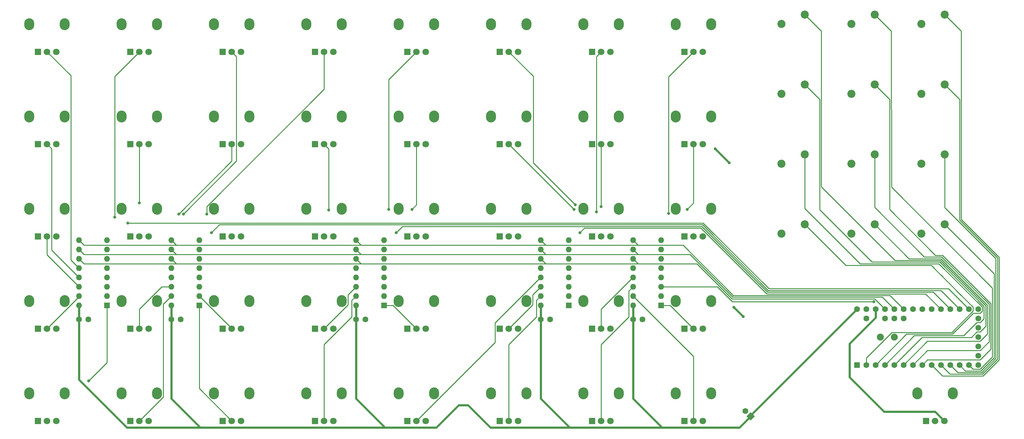
<source format=gbr>
G04 #@! TF.GenerationSoftware,KiCad,Pcbnew,(5.1.6)-1*
G04 #@! TF.CreationDate,2020-07-21T13:53:38-07:00*
G04 #@! TF.ProjectId,MIDI Mixer One v03,4d494449-204d-4697-9865-72204f6e6520,v1.0.0*
G04 #@! TF.SameCoordinates,Original*
G04 #@! TF.FileFunction,Copper,L1,Top*
G04 #@! TF.FilePolarity,Positive*
%FSLAX46Y46*%
G04 Gerber Fmt 4.6, Leading zero omitted, Abs format (unit mm)*
G04 Created by KiCad (PCBNEW (5.1.6)-1) date 2020-07-21 13:53:38*
%MOMM*%
%LPD*%
G01*
G04 APERTURE LIST*
G04 #@! TA.AperFunction,ComponentPad*
%ADD10R,1.800000X1.800000*%
G04 #@! TD*
G04 #@! TA.AperFunction,ComponentPad*
%ADD11C,1.800000*%
G04 #@! TD*
G04 #@! TA.AperFunction,ComponentPad*
%ADD12O,2.720000X3.240000*%
G04 #@! TD*
G04 #@! TA.AperFunction,ComponentPad*
%ADD13O,1.600000X1.600000*%
G04 #@! TD*
G04 #@! TA.AperFunction,ComponentPad*
%ADD14R,1.600000X1.600000*%
G04 #@! TD*
G04 #@! TA.AperFunction,ComponentPad*
%ADD15C,2.200000*%
G04 #@! TD*
G04 #@! TA.AperFunction,ComponentPad*
%ADD16C,1.600000*%
G04 #@! TD*
G04 #@! TA.AperFunction,ComponentPad*
%ADD17C,0.100000*%
G04 #@! TD*
G04 #@! TA.AperFunction,ComponentPad*
%ADD18C,1.900000*%
G04 #@! TD*
G04 #@! TA.AperFunction,ViaPad*
%ADD19C,0.800000*%
G04 #@! TD*
G04 #@! TA.AperFunction,Conductor*
%ADD20C,0.609600*%
G04 #@! TD*
G04 #@! TA.AperFunction,Conductor*
%ADD21C,0.254000*%
G04 #@! TD*
G04 APERTURE END LIST*
D10*
X228727000Y-137541000D03*
D11*
X231227000Y-137541000D03*
X233727000Y-137541000D03*
D12*
X236027000Y-130041000D03*
X226427000Y-130041000D03*
D13*
X214757000Y-156337000D03*
X222377000Y-138557000D03*
X214757000Y-153797000D03*
X222377000Y-141097000D03*
X214757000Y-151257000D03*
X222377000Y-143637000D03*
X214757000Y-148717000D03*
X222377000Y-146177000D03*
X214757000Y-146177000D03*
X222377000Y-148717000D03*
X214757000Y-143637000D03*
X222377000Y-151257000D03*
X214757000Y-141097000D03*
X222377000Y-153797000D03*
X214757000Y-138557000D03*
D14*
X222377000Y-156337000D03*
D10*
X203581000Y-162687000D03*
D11*
X206081000Y-162687000D03*
X208581000Y-162687000D03*
D12*
X210881000Y-155187000D03*
X201281000Y-155187000D03*
D10*
X153289000Y-137541000D03*
D11*
X155789000Y-137541000D03*
X158289000Y-137541000D03*
D12*
X160589000Y-130041000D03*
X150989000Y-130041000D03*
D10*
X178435000Y-137541000D03*
D11*
X180935000Y-137541000D03*
X183435000Y-137541000D03*
D12*
X185735000Y-130041000D03*
X176135000Y-130041000D03*
D10*
X153289000Y-162687000D03*
D11*
X155789000Y-162687000D03*
X158289000Y-162687000D03*
D12*
X160589000Y-155187000D03*
X150989000Y-155187000D03*
D13*
X164465000Y-156337000D03*
X172085000Y-138557000D03*
X164465000Y-153797000D03*
X172085000Y-141097000D03*
X164465000Y-151257000D03*
X172085000Y-143637000D03*
X164465000Y-148717000D03*
X172085000Y-146177000D03*
X164465000Y-146177000D03*
X172085000Y-148717000D03*
X164465000Y-143637000D03*
X172085000Y-151257000D03*
X164465000Y-141097000D03*
X172085000Y-153797000D03*
X164465000Y-138557000D03*
D14*
X172085000Y-156337000D03*
D13*
X89027000Y-156337000D03*
X96647000Y-138557000D03*
X89027000Y-153797000D03*
X96647000Y-141097000D03*
X89027000Y-151257000D03*
X96647000Y-143637000D03*
X89027000Y-148717000D03*
X96647000Y-146177000D03*
X89027000Y-146177000D03*
X96647000Y-148717000D03*
X89027000Y-143637000D03*
X96647000Y-151257000D03*
X89027000Y-141097000D03*
X96647000Y-153797000D03*
X89027000Y-138557000D03*
D14*
X96647000Y-156337000D03*
D10*
X253873000Y-137541000D03*
D11*
X256373000Y-137541000D03*
X258873000Y-137541000D03*
D12*
X261173000Y-130041000D03*
X251573000Y-130041000D03*
D15*
X318389000Y-136779000D03*
X324739000Y-134239000D03*
D16*
X164505000Y-160147000D03*
X167005000Y-160147000D03*
X114213000Y-160147000D03*
X116713000Y-160147000D03*
X89067000Y-160147000D03*
X91567000Y-160147000D03*
X239943000Y-160147000D03*
X242443000Y-160147000D03*
X214797000Y-160147000D03*
X217297000Y-160147000D03*
X270492786Y-185148786D03*
G04 #@! TA.AperFunction,ComponentPad*
D17*
G36*
X273038371Y-186563000D02*
G01*
X271907000Y-187694371D01*
X270775629Y-186563000D01*
X271907000Y-185431629D01*
X273038371Y-186563000D01*
G37*
G04 #@! TD.AperFunction*
D18*
X307213000Y-164973000D03*
X311023000Y-164973000D03*
D14*
X300863000Y-172593000D03*
D16*
X303403000Y-172593000D03*
X305943000Y-172593000D03*
X308483000Y-172593000D03*
X311023000Y-172593000D03*
X313563000Y-172593000D03*
X316103000Y-172593000D03*
X318643000Y-172593000D03*
X321183000Y-172593000D03*
X323723000Y-172593000D03*
X326263000Y-172593000D03*
X328803000Y-172593000D03*
X331343000Y-172593000D03*
X313563000Y-159893000D03*
X311023000Y-159893000D03*
X308483000Y-159893000D03*
X303403000Y-159893000D03*
X300863000Y-157353000D03*
X303403000Y-157353000D03*
X305943000Y-157353000D03*
X308483000Y-157353000D03*
X311023000Y-157353000D03*
X313563000Y-157353000D03*
X316103000Y-157353000D03*
X318643000Y-157353000D03*
X321183000Y-157353000D03*
X323723000Y-157353000D03*
X326263000Y-157353000D03*
X328803000Y-157353000D03*
X331343000Y-157353000D03*
X333883000Y-172593000D03*
X333883000Y-170053000D03*
X333883000Y-167513000D03*
X333883000Y-157353000D03*
X333883000Y-159893000D03*
X333883000Y-162433000D03*
X333883000Y-164973000D03*
D13*
X239903000Y-156337000D03*
X247523000Y-138557000D03*
X239903000Y-153797000D03*
X247523000Y-141097000D03*
X239903000Y-151257000D03*
X247523000Y-143637000D03*
X239903000Y-148717000D03*
X247523000Y-146177000D03*
X239903000Y-146177000D03*
X247523000Y-148717000D03*
X239903000Y-143637000D03*
X247523000Y-151257000D03*
X239903000Y-141097000D03*
X247523000Y-153797000D03*
X239903000Y-138557000D03*
D14*
X247523000Y-156337000D03*
D15*
X318389000Y-117729000D03*
X324739000Y-115189000D03*
X299339000Y-136779000D03*
X305689000Y-134239000D03*
X280289000Y-117729000D03*
X286639000Y-115189000D03*
X280289000Y-136779000D03*
X286639000Y-134239000D03*
D10*
X153289000Y-187833000D03*
D11*
X155789000Y-187833000D03*
X158289000Y-187833000D03*
D12*
X160589000Y-180333000D03*
X150989000Y-180333000D03*
D13*
X114173000Y-156337000D03*
X121793000Y-138557000D03*
X114173000Y-153797000D03*
X121793000Y-141097000D03*
X114173000Y-151257000D03*
X121793000Y-143637000D03*
X114173000Y-148717000D03*
X121793000Y-146177000D03*
X114173000Y-146177000D03*
X121793000Y-148717000D03*
X114173000Y-143637000D03*
X121793000Y-151257000D03*
X114173000Y-141097000D03*
X121793000Y-153797000D03*
X114173000Y-138557000D03*
D14*
X121793000Y-156337000D03*
D15*
X299339000Y-117729000D03*
X305689000Y-115189000D03*
X318389000Y-98679000D03*
X324739000Y-96139000D03*
X299339000Y-98679000D03*
X305689000Y-96139000D03*
X280289000Y-98679000D03*
X286639000Y-96139000D03*
X318389000Y-79629000D03*
X324739000Y-77089000D03*
X299339000Y-79629000D03*
X305689000Y-77089000D03*
X280289000Y-79629000D03*
X286639000Y-77089000D03*
D12*
X317359000Y-180333000D03*
X326959000Y-180333000D03*
D11*
X324659000Y-187833000D03*
X322159000Y-187833000D03*
D10*
X319659000Y-187833000D03*
X253873000Y-187833000D03*
D11*
X256373000Y-187833000D03*
X258873000Y-187833000D03*
D12*
X261173000Y-180333000D03*
X251573000Y-180333000D03*
D10*
X253873000Y-162687000D03*
D11*
X256373000Y-162687000D03*
X258873000Y-162687000D03*
D12*
X261173000Y-155187000D03*
X251573000Y-155187000D03*
D10*
X253873000Y-112395000D03*
D11*
X256373000Y-112395000D03*
X258873000Y-112395000D03*
D12*
X261173000Y-104895000D03*
X251573000Y-104895000D03*
D10*
X253873000Y-87249000D03*
D11*
X256373000Y-87249000D03*
X258873000Y-87249000D03*
D12*
X261173000Y-79749000D03*
X251573000Y-79749000D03*
D10*
X228727000Y-187833000D03*
D11*
X231227000Y-187833000D03*
X233727000Y-187833000D03*
D12*
X236027000Y-180333000D03*
X226427000Y-180333000D03*
D10*
X228727000Y-162687000D03*
D11*
X231227000Y-162687000D03*
X233727000Y-162687000D03*
D12*
X236027000Y-155187000D03*
X226427000Y-155187000D03*
D10*
X228727000Y-112395000D03*
D11*
X231227000Y-112395000D03*
X233727000Y-112395000D03*
D12*
X236027000Y-104895000D03*
X226427000Y-104895000D03*
D10*
X228727000Y-87249000D03*
D11*
X231227000Y-87249000D03*
X233727000Y-87249000D03*
D12*
X236027000Y-79749000D03*
X226427000Y-79749000D03*
D10*
X203581000Y-187833000D03*
D11*
X206081000Y-187833000D03*
X208581000Y-187833000D03*
D12*
X210881000Y-180333000D03*
X201281000Y-180333000D03*
D10*
X203581000Y-137541000D03*
D11*
X206081000Y-137541000D03*
X208581000Y-137541000D03*
D12*
X210881000Y-130041000D03*
X201281000Y-130041000D03*
D10*
X203581000Y-112395000D03*
D11*
X206081000Y-112395000D03*
X208581000Y-112395000D03*
D12*
X210881000Y-104895000D03*
X201281000Y-104895000D03*
D10*
X203581000Y-87249000D03*
D11*
X206081000Y-87249000D03*
X208581000Y-87249000D03*
D12*
X210881000Y-79749000D03*
X201281000Y-79749000D03*
D10*
X178435000Y-187833000D03*
D11*
X180935000Y-187833000D03*
X183435000Y-187833000D03*
D12*
X185735000Y-180333000D03*
X176135000Y-180333000D03*
D10*
X178435000Y-162687000D03*
D11*
X180935000Y-162687000D03*
X183435000Y-162687000D03*
D12*
X185735000Y-155187000D03*
X176135000Y-155187000D03*
D10*
X178435000Y-112395000D03*
D11*
X180935000Y-112395000D03*
X183435000Y-112395000D03*
D12*
X185735000Y-104895000D03*
X176135000Y-104895000D03*
D10*
X178435000Y-87249000D03*
D11*
X180935000Y-87249000D03*
X183435000Y-87249000D03*
D12*
X185735000Y-79749000D03*
X176135000Y-79749000D03*
D10*
X153289000Y-112395000D03*
D11*
X155789000Y-112395000D03*
X158289000Y-112395000D03*
D12*
X160589000Y-104895000D03*
X150989000Y-104895000D03*
D10*
X153289000Y-87249000D03*
D11*
X155789000Y-87249000D03*
X158289000Y-87249000D03*
D12*
X160589000Y-79749000D03*
X150989000Y-79749000D03*
D10*
X128143000Y-187833000D03*
D11*
X130643000Y-187833000D03*
X133143000Y-187833000D03*
D12*
X135443000Y-180333000D03*
X125843000Y-180333000D03*
D10*
X128143000Y-162687000D03*
D11*
X130643000Y-162687000D03*
X133143000Y-162687000D03*
D12*
X135443000Y-155187000D03*
X125843000Y-155187000D03*
D10*
X128143000Y-137541000D03*
D11*
X130643000Y-137541000D03*
X133143000Y-137541000D03*
D12*
X135443000Y-130041000D03*
X125843000Y-130041000D03*
D10*
X128143000Y-112395000D03*
D11*
X130643000Y-112395000D03*
X133143000Y-112395000D03*
D12*
X135443000Y-104895000D03*
X125843000Y-104895000D03*
D10*
X128143000Y-87249000D03*
D11*
X130643000Y-87249000D03*
X133143000Y-87249000D03*
D12*
X135443000Y-79749000D03*
X125843000Y-79749000D03*
D10*
X102997000Y-187833000D03*
D11*
X105497000Y-187833000D03*
X107997000Y-187833000D03*
D12*
X110297000Y-180333000D03*
X100697000Y-180333000D03*
D10*
X102997000Y-162687000D03*
D11*
X105497000Y-162687000D03*
X107997000Y-162687000D03*
D12*
X110297000Y-155187000D03*
X100697000Y-155187000D03*
D10*
X102997000Y-137541000D03*
D11*
X105497000Y-137541000D03*
X107997000Y-137541000D03*
D12*
X110297000Y-130041000D03*
X100697000Y-130041000D03*
D10*
X102997000Y-112395000D03*
D11*
X105497000Y-112395000D03*
X107997000Y-112395000D03*
D12*
X110297000Y-104895000D03*
X100697000Y-104895000D03*
D10*
X102997000Y-87249000D03*
D11*
X105497000Y-87249000D03*
X107997000Y-87249000D03*
D12*
X110297000Y-79749000D03*
X100697000Y-79749000D03*
D10*
X77851000Y-187833000D03*
D11*
X80351000Y-187833000D03*
X82851000Y-187833000D03*
D12*
X85151000Y-180333000D03*
X75551000Y-180333000D03*
D10*
X77851000Y-162687000D03*
D11*
X80351000Y-162687000D03*
X82851000Y-162687000D03*
D12*
X85151000Y-155187000D03*
X75551000Y-155187000D03*
D10*
X77851000Y-137541000D03*
D11*
X80351000Y-137541000D03*
X82851000Y-137541000D03*
D12*
X85151000Y-130041000D03*
X75551000Y-130041000D03*
D10*
X77851000Y-112395000D03*
D11*
X80351000Y-112395000D03*
X82851000Y-112395000D03*
D12*
X85151000Y-104895000D03*
X75551000Y-104895000D03*
D10*
X77851000Y-87249000D03*
D11*
X80351000Y-87249000D03*
X82851000Y-87249000D03*
D12*
X85151000Y-79749000D03*
X75551000Y-79749000D03*
D19*
X262255000Y-113665000D03*
X267335000Y-156845000D03*
X269875000Y-159385000D03*
X266065000Y-117475000D03*
X305426670Y-155329330D03*
X225425000Y-136525000D03*
X175387000Y-136525000D03*
X125095000Y-136525000D03*
X102317979Y-133902021D03*
X91694000Y-176911000D03*
X98806000Y-132334000D03*
X105497000Y-128416000D03*
X117475000Y-131445000D03*
X116205000Y-131445000D03*
X123825000Y-131445000D03*
X173355000Y-130175000D03*
X179705000Y-130175000D03*
X224155000Y-128905000D03*
X223861000Y-130175000D03*
X229965201Y-130905201D03*
X231227000Y-129453000D03*
X249555000Y-131261010D03*
X254635000Y-130175000D03*
X157058799Y-130388799D03*
D20*
X271907000Y-186309000D02*
X271907000Y-186563000D01*
X300863000Y-157353000D02*
X271907000Y-186309000D01*
X268859000Y-189611000D02*
X268097000Y-189611000D01*
X271907000Y-186563000D02*
X268859000Y-189611000D01*
X268605000Y-189611000D02*
X268097000Y-189611000D01*
X164465000Y-160107000D02*
X164505000Y-160147000D01*
X164465000Y-156337000D02*
X164465000Y-160107000D01*
X239903000Y-160107000D02*
X239943000Y-160147000D01*
X239903000Y-156337000D02*
X239903000Y-160107000D01*
X214757000Y-160107000D02*
X214797000Y-160147000D01*
X214757000Y-156337000D02*
X214757000Y-160107000D01*
X114173000Y-160107000D02*
X114213000Y-160147000D01*
X114173000Y-156337000D02*
X114173000Y-160107000D01*
X89027000Y-160107000D02*
X89067000Y-160147000D01*
X89027000Y-156337000D02*
X89027000Y-160107000D01*
X89067000Y-161278370D02*
X89067000Y-160147000D01*
X89067000Y-176617402D02*
X89067000Y-161278370D01*
X102060598Y-189611000D02*
X89067000Y-176617402D01*
X114213000Y-181777000D02*
X122047000Y-189611000D01*
X122047000Y-189611000D02*
X102060598Y-189611000D01*
X114213000Y-160147000D02*
X114213000Y-181777000D01*
X167005000Y-189611000D02*
X122047000Y-189611000D01*
X164505000Y-181777000D02*
X172339000Y-189611000D01*
X172339000Y-189611000D02*
X167005000Y-189611000D01*
X164505000Y-160147000D02*
X164505000Y-181777000D01*
X214797000Y-160147000D02*
X214797000Y-181777000D01*
X214797000Y-181777000D02*
X222631000Y-189611000D01*
X239943000Y-181777000D02*
X247777000Y-189611000D01*
X239943000Y-160147000D02*
X239943000Y-181777000D01*
X247777000Y-189611000D02*
X222631000Y-189611000D01*
X268097000Y-189611000D02*
X247777000Y-189611000D01*
X194945000Y-183515000D02*
X201041000Y-189611000D01*
X192405000Y-183515000D02*
X194945000Y-183515000D01*
X186309000Y-189611000D02*
X192405000Y-183515000D01*
X201041000Y-189611000D02*
X222631000Y-189611000D01*
X172339000Y-189611000D02*
X186309000Y-189611000D01*
X267335000Y-156845000D02*
X269875000Y-159385000D01*
X262255000Y-113665000D02*
X266065000Y-117475000D01*
X322119000Y-185293000D02*
X324659000Y-187833000D01*
X308229000Y-185293000D02*
X322119000Y-185293000D01*
X305943000Y-157353000D02*
X305943000Y-159639000D01*
X298831000Y-175895000D02*
X308229000Y-185293000D01*
X305943000Y-159639000D02*
X298831000Y-166751000D01*
X298831000Y-166751000D02*
X298831000Y-175895000D01*
D21*
X286639000Y-134239000D02*
X297846799Y-145446799D01*
X303403000Y-171461630D02*
X303403000Y-172593000D01*
X303403000Y-170698302D02*
X303403000Y-171461630D01*
X310408503Y-163692799D02*
X303403000Y-170698302D01*
X326675899Y-163692799D02*
X310408503Y-163692799D01*
X332473201Y-157895497D02*
X326675899Y-163692799D01*
X332473201Y-156810503D02*
X332473201Y-157895497D01*
X323668488Y-148005790D02*
X328930000Y-153289000D01*
X301275799Y-145446799D02*
X321087799Y-145446799D01*
X321087799Y-145446799D02*
X328930000Y-153289000D01*
X297846799Y-145446799D02*
X301275799Y-145446799D01*
X301275799Y-145446799D02*
X305657201Y-145446799D01*
X328930000Y-153289000D02*
X332473201Y-156810503D01*
X286639000Y-129921000D02*
X288163000Y-131445000D01*
X286639000Y-115189000D02*
X286639000Y-129921000D01*
X288163000Y-131445000D02*
X301706285Y-144989589D01*
X335013201Y-156810503D02*
X323192287Y-144989589D01*
X335013201Y-157895497D02*
X335013201Y-156810503D01*
X323192287Y-144989589D02*
X321437000Y-144989589D01*
X332532089Y-158483201D02*
X334425497Y-158483201D01*
X326865281Y-164150009D02*
X332532089Y-158483201D01*
X314385992Y-164150008D02*
X326865281Y-164150009D01*
X334425497Y-158483201D02*
X335013201Y-157895497D01*
X305943000Y-172593000D02*
X314385992Y-164150008D01*
X323192287Y-144989589D02*
X301706285Y-144989589D01*
X290703000Y-100203000D02*
X286639000Y-96139000D01*
X290703000Y-130259698D02*
X290703000Y-100203000D01*
X304975681Y-144532379D02*
X290703000Y-130259698D01*
X323381669Y-144532379D02*
X304975681Y-144532379D01*
X334425497Y-161023201D02*
X335470411Y-159978287D01*
X333514799Y-161023201D02*
X334425497Y-161023201D01*
X335470411Y-159978287D02*
X335470411Y-156621121D01*
X329930782Y-164607218D02*
X333514799Y-161023201D01*
X335470411Y-156621121D02*
X323381669Y-144532379D01*
X316468782Y-164607218D02*
X329930782Y-164607218D01*
X308483000Y-172593000D02*
X316468782Y-164607218D01*
X286639000Y-77089000D02*
X291160210Y-81610210D01*
X291160210Y-123996908D02*
X311238472Y-144075170D01*
X291160210Y-81610210D02*
X291160210Y-123996908D01*
X323571052Y-144075170D02*
X311238472Y-144075170D01*
X335927620Y-156431738D02*
X323571052Y-144075170D01*
X335927620Y-162061078D02*
X335927620Y-156431738D01*
X334425497Y-163563201D02*
X335927620Y-162061078D01*
X333514799Y-163563201D02*
X334425497Y-163563201D01*
X332013573Y-165064427D02*
X333514799Y-163563201D01*
X318551573Y-165064427D02*
X332013573Y-165064427D01*
X311023000Y-172593000D02*
X318551573Y-165064427D01*
X323760434Y-143617960D02*
X315067961Y-143617961D01*
X315067961Y-143617961D02*
X305689000Y-134239000D01*
X336384829Y-156242355D02*
X323760434Y-143617960D01*
X336384829Y-164143869D02*
X336384829Y-156242355D01*
X334425497Y-166103201D02*
X336384829Y-164143869D01*
X320052799Y-166103201D02*
X334425497Y-166103201D01*
X313563000Y-172593000D02*
X320052799Y-166103201D01*
X334425497Y-168643201D02*
X320052799Y-168643201D01*
X336842038Y-166226660D02*
X334425497Y-168643201D01*
X320052799Y-168643201D02*
X316103000Y-172593000D01*
X305689000Y-129635698D02*
X319214054Y-143160752D01*
X305689000Y-115189000D02*
X305689000Y-129635698D01*
X323949818Y-143160752D02*
X319214054Y-143160752D01*
X336842038Y-156052972D02*
X323949818Y-143160752D01*
X336842038Y-166226660D02*
X336842038Y-156052972D01*
X322250241Y-142703543D02*
X309753000Y-130206302D01*
X324139200Y-142703542D02*
X322250241Y-142703543D01*
X309753000Y-130206302D02*
X309753000Y-100203000D01*
X320052799Y-171183201D02*
X334425497Y-171183201D01*
X337299247Y-168309451D02*
X337299247Y-155863589D01*
X309753000Y-100203000D02*
X305689000Y-96139000D01*
X334425497Y-171183201D02*
X337299247Y-168309451D01*
X337299247Y-155863589D02*
X324139200Y-142703542D01*
X318643000Y-172593000D02*
X320052799Y-171183201D01*
X324142037Y-175552037D02*
X321183000Y-172593000D01*
X339585296Y-171149770D02*
X335183029Y-175552037D01*
X335183029Y-175552037D02*
X324142037Y-175552037D01*
X339598000Y-143232816D02*
X339598000Y-147955000D01*
X339598000Y-147955000D02*
X339585296Y-171149770D01*
X339594024Y-145792024D02*
X339598000Y-147955000D01*
X329184000Y-81534000D02*
X329260210Y-81610210D01*
X324739000Y-77089000D02*
X329184000Y-81534000D01*
X329260210Y-81610210D02*
X329260210Y-132895026D01*
X329703592Y-133338408D02*
X339598000Y-143232816D01*
X329260210Y-132895026D02*
X329703592Y-133338408D01*
X329438000Y-133072816D02*
X329703592Y-133338408D01*
X334993646Y-175094828D02*
X339128086Y-170960388D01*
X326224828Y-175094828D02*
X334993646Y-175094828D01*
X323723000Y-172593000D02*
X326224828Y-175094828D01*
X324739000Y-96139000D02*
X328803000Y-100203000D01*
X328803000Y-129032000D02*
X328803000Y-133084408D01*
X328803000Y-100203000D02*
X328803000Y-129032000D01*
X328803000Y-133084408D02*
X328803000Y-129667000D01*
X339128085Y-143409493D02*
X328803000Y-133084408D01*
X339128086Y-170960388D02*
X339128085Y-143409493D01*
X328803000Y-129667000D02*
X328803000Y-130175000D01*
X328803000Y-129032000D02*
X328803000Y-129667000D01*
X324739000Y-115189000D02*
X324739000Y-129667000D01*
X334804263Y-174637619D02*
X338670876Y-170771006D01*
X326263000Y-172593000D02*
X328307619Y-174637619D01*
X328307619Y-174637619D02*
X334804263Y-174637619D01*
X338670876Y-170771006D02*
X338670876Y-143598876D01*
X338670876Y-143598876D02*
X338391500Y-143319500D01*
X338391500Y-143319500D02*
X338582000Y-143510000D01*
X324739000Y-129667000D02*
X338391500Y-143319500D01*
X325838999Y-135338999D02*
X324739000Y-134239000D01*
X338213666Y-147713666D02*
X325838999Y-135338999D01*
X338213666Y-170581624D02*
X338213666Y-147713666D01*
X334614880Y-174180410D02*
X338213666Y-170581624D01*
X330390410Y-174180410D02*
X334614880Y-174180410D01*
X328803000Y-172593000D02*
X330390410Y-174180410D01*
X305689000Y-77089000D02*
X310210210Y-81610210D01*
X337756456Y-151574456D02*
X310261000Y-124079000D01*
X337756456Y-170392242D02*
X337756456Y-151574456D01*
X334425497Y-173723201D02*
X337756456Y-170392242D01*
X331343000Y-172593000D02*
X332473201Y-173723201D01*
X332473201Y-173723201D02*
X334425497Y-173723201D01*
X310210210Y-81610210D02*
X310261000Y-124079000D01*
X239903000Y-138557000D02*
X241312799Y-139966799D01*
X216166799Y-139966799D02*
X214757000Y-138557000D01*
X241312799Y-139966799D02*
X243573201Y-139966799D01*
X165874799Y-139966799D02*
X164465000Y-138557000D01*
X218706799Y-139966799D02*
X216166799Y-139966799D01*
X243573201Y-139966799D02*
X218706799Y-139966799D01*
X115582799Y-139966799D02*
X114173000Y-138557000D01*
X169176799Y-139966799D02*
X165874799Y-139966799D01*
X218706799Y-139966799D02*
X169176799Y-139966799D01*
X117843201Y-139966799D02*
X90436799Y-139966799D01*
X90436799Y-139966799D02*
X89027000Y-138557000D01*
X117843201Y-139966799D02*
X115582799Y-139966799D01*
X169176799Y-139966799D02*
X117843201Y-139966799D01*
X309854580Y-153644580D02*
X267205764Y-153644580D01*
X313563000Y-157353000D02*
X309854580Y-153644580D01*
X249186799Y-139966799D02*
X250456799Y-139966799D01*
X243573201Y-139966799D02*
X249186799Y-139966799D01*
X253527983Y-139966799D02*
X267205764Y-153644580D01*
X249186799Y-139966799D02*
X253527983Y-139966799D01*
X307771790Y-154101790D02*
X267016382Y-154101790D01*
X311023000Y-157353000D02*
X307771790Y-154101790D01*
X239903000Y-141097000D02*
X241312799Y-142506799D01*
X216166799Y-142506799D02*
X214757000Y-141097000D01*
X241312799Y-142506799D02*
X245376799Y-142506799D01*
X165874799Y-142506799D02*
X164465000Y-141097000D01*
X218706799Y-142506799D02*
X216166799Y-142506799D01*
X245376799Y-142506799D02*
X218706799Y-142506799D01*
X115582799Y-142506799D02*
X114173000Y-141097000D01*
X167373201Y-142506799D02*
X165874799Y-142506799D01*
X218706799Y-142506799D02*
X167373201Y-142506799D01*
X119113201Y-142506799D02*
X90436799Y-142506799D01*
X119113201Y-142506799D02*
X115582799Y-142506799D01*
X90436799Y-142506799D02*
X89027000Y-141097000D01*
X167373201Y-142506799D02*
X119113201Y-142506799D01*
X250456799Y-142506799D02*
X255421391Y-142506799D01*
X245376799Y-142506799D02*
X250456799Y-142506799D01*
X250456799Y-142506799D02*
X251726799Y-142506799D01*
X255421391Y-142506799D02*
X257117296Y-144202704D01*
X267016382Y-154101790D02*
X257117296Y-144202704D01*
X308483000Y-157353000D02*
X305689000Y-154559000D01*
X271399000Y-154559000D02*
X266827000Y-154559000D01*
X305689000Y-154559000D02*
X271399000Y-154559000D01*
X271399000Y-154559000D02*
X268605000Y-154559000D01*
X239903000Y-143637000D02*
X241312799Y-145046799D01*
X216166799Y-145046799D02*
X214757000Y-143637000D01*
X241312799Y-145046799D02*
X244106799Y-145046799D01*
X165874799Y-145046799D02*
X164465000Y-143637000D01*
X218173201Y-145046799D02*
X216166799Y-145046799D01*
X244106799Y-145046799D02*
X218173201Y-145046799D01*
X115582799Y-145046799D02*
X114173000Y-143637000D01*
X167906799Y-145046799D02*
X165874799Y-145046799D01*
X218173201Y-145046799D02*
X167906799Y-145046799D01*
X90436799Y-145046799D02*
X89027000Y-143637000D01*
X117843201Y-145046799D02*
X90436799Y-145046799D01*
X117843201Y-145046799D02*
X115582799Y-145046799D01*
X167906799Y-145046799D02*
X117843201Y-145046799D01*
X252463201Y-145046799D02*
X257314799Y-145046799D01*
X257314799Y-145046799D02*
X266827000Y-154559000D01*
X252463201Y-145046799D02*
X252996799Y-145046799D01*
X244106799Y-145046799D02*
X252463201Y-145046799D01*
X266950738Y-155329330D02*
X305426670Y-155329330D01*
X262878408Y-151257000D02*
X266950738Y-155329330D01*
X247523000Y-151257000D02*
X262878408Y-151257000D01*
X319557370Y-153187370D02*
X276340068Y-153187370D01*
X258426349Y-135273651D02*
X226676349Y-135273651D01*
X276340068Y-153187370D02*
X258426349Y-135273651D01*
X226676349Y-135273651D02*
X225425000Y-136525000D01*
X323723000Y-157353000D02*
X319557370Y-153187370D01*
X176911000Y-135001000D02*
X175387000Y-136525000D01*
X177095559Y-134816441D02*
X176911000Y-135001000D01*
X321640160Y-152730160D02*
X276529450Y-152730160D01*
X276529449Y-152730159D02*
X258615731Y-134816441D01*
X258615731Y-134816441D02*
X177095559Y-134816441D01*
X326263000Y-157353000D02*
X321640160Y-152730160D01*
X323722950Y-152272950D02*
X276718832Y-152272950D01*
X258805113Y-134359231D02*
X127260769Y-134359231D01*
X259707941Y-135262059D02*
X258805113Y-134359231D01*
X276718832Y-152272950D02*
X259707941Y-135262059D01*
X127260769Y-134359231D02*
X125095000Y-136525000D01*
X328803000Y-157353000D02*
X323722950Y-152272950D01*
X325805740Y-151815740D02*
X276908214Y-151815740D01*
X258994495Y-133902021D02*
X102317979Y-133902021D01*
X260031237Y-134938763D02*
X258994495Y-133902021D01*
X260031237Y-134938763D02*
X259396237Y-134303763D01*
X276908214Y-151815740D02*
X260031237Y-134938763D01*
X331343000Y-157353000D02*
X325805740Y-151815740D01*
X80351000Y-87249000D02*
X86841210Y-93739210D01*
X86841210Y-143991210D02*
X89027000Y-146177000D01*
X86841210Y-123978790D02*
X86841210Y-143991210D01*
X86841210Y-93739210D02*
X86841210Y-123978790D01*
X80351000Y-112395000D02*
X81581201Y-113625201D01*
X81581201Y-141271201D02*
X89027000Y-148717000D01*
X81581201Y-133651201D02*
X81581201Y-141271201D01*
X81581201Y-113625201D02*
X81581201Y-133651201D01*
X80351000Y-142581000D02*
X89027000Y-151257000D01*
X80351000Y-137541000D02*
X80351000Y-142581000D01*
X89027000Y-154011000D02*
X89027000Y-153797000D01*
X80351000Y-162687000D02*
X89027000Y-154011000D01*
X96647000Y-171958000D02*
X91694000Y-176911000D01*
X96647000Y-156337000D02*
X96647000Y-171958000D01*
X98806000Y-93940000D02*
X98806000Y-132334000D01*
X105497000Y-87249000D02*
X98806000Y-93940000D01*
X105497000Y-128416000D02*
X105497000Y-112395000D01*
X111576683Y-151257000D02*
X114173000Y-151257000D01*
X105497000Y-157336683D02*
X111576683Y-151257000D01*
X105497000Y-162687000D02*
X105497000Y-157336683D01*
X111987210Y-155982790D02*
X114173000Y-153797000D01*
X111987210Y-181342790D02*
X111987210Y-155982790D01*
X105497000Y-187833000D02*
X111987210Y-181342790D01*
X131912799Y-88518799D02*
X130643000Y-87249000D01*
X131912799Y-117007201D02*
X117475000Y-131445000D01*
X131912799Y-115737201D02*
X131912799Y-88518799D01*
X131912799Y-117007201D02*
X131912799Y-115737201D01*
X130643000Y-117007000D02*
X116205000Y-131445000D01*
X130643000Y-115737000D02*
X130643000Y-117007000D01*
X130643000Y-112395000D02*
X130643000Y-115737000D01*
X121793000Y-153837000D02*
X121793000Y-153797000D01*
X130643000Y-162647000D02*
X130643000Y-162687000D01*
X121793000Y-153797000D02*
X130643000Y-162647000D01*
X121793000Y-178983000D02*
X121793000Y-156337000D01*
X130643000Y-187833000D02*
X121793000Y-178983000D01*
X155789000Y-87249000D02*
X155789000Y-97444683D01*
X155789000Y-97444683D02*
X123825000Y-129408683D01*
X123825000Y-131445000D02*
X123825000Y-129408683D01*
X162279210Y-153442790D02*
X164465000Y-151257000D01*
X162279210Y-156196790D02*
X162279210Y-153442790D01*
X155789000Y-162687000D02*
X162279210Y-156196790D01*
X164465000Y-154011000D02*
X164465000Y-153797000D01*
X163334799Y-154927201D02*
X164465000Y-153797000D01*
X163334799Y-159461899D02*
X163334799Y-154927201D01*
X155789000Y-167007698D02*
X163334799Y-159461899D01*
X155789000Y-187833000D02*
X155789000Y-167007698D01*
X173355000Y-94829000D02*
X180935000Y-87249000D01*
X173355000Y-130175000D02*
X173355000Y-94829000D01*
X180935000Y-112395000D02*
X180935000Y-128945000D01*
X180935000Y-128945000D02*
X179705000Y-130175000D01*
X174585000Y-156337000D02*
X172085000Y-156337000D01*
X180935000Y-162687000D02*
X174585000Y-156337000D01*
X214700683Y-148717000D02*
X214757000Y-148717000D01*
X202350799Y-166417201D02*
X202350799Y-161066884D01*
X202350799Y-161066884D02*
X214700683Y-148717000D01*
X180935000Y-187833000D02*
X202350799Y-166417201D01*
X224155000Y-128905000D02*
X212725000Y-117475000D01*
X212725000Y-93893000D02*
X206081000Y-87249000D01*
X212725000Y-117475000D02*
X212725000Y-93893000D01*
X206081000Y-112395000D02*
X223861000Y-130175000D01*
X223861000Y-130175000D02*
X223861000Y-130175000D01*
X212571210Y-153442790D02*
X214757000Y-151257000D01*
X212571210Y-156196790D02*
X212571210Y-153442790D01*
X206081000Y-162687000D02*
X212571210Y-156196790D01*
X213626799Y-154927201D02*
X214757000Y-153797000D01*
X213626799Y-159461899D02*
X213626799Y-154927201D01*
X206081000Y-167007698D02*
X213626799Y-159461899D01*
X206081000Y-187833000D02*
X206081000Y-167007698D01*
X229957201Y-88518799D02*
X231227000Y-87249000D01*
X229957201Y-130897201D02*
X229965201Y-130905201D01*
X229957201Y-128357201D02*
X229957201Y-88518799D01*
X229957201Y-129452799D02*
X229957201Y-128357201D01*
X229957201Y-128357201D02*
X229957201Y-130897201D01*
X231227000Y-125643000D02*
X231227000Y-129453000D01*
X231227000Y-125643000D02*
X231227000Y-128357000D01*
X231227000Y-112395000D02*
X231227000Y-125643000D01*
X239846683Y-148717000D02*
X239903000Y-148717000D01*
X231227000Y-157336683D02*
X239846683Y-148717000D01*
X231227000Y-162687000D02*
X231227000Y-157336683D01*
X238772799Y-152387201D02*
X239903000Y-151257000D01*
X238772799Y-159461899D02*
X238772799Y-152387201D01*
X231227000Y-167007698D02*
X238772799Y-159461899D01*
X231227000Y-187833000D02*
X231227000Y-167007698D01*
X256373000Y-87249000D02*
X249555000Y-94067000D01*
X249555000Y-94067000D02*
X249555000Y-131261010D01*
X256373000Y-128437000D02*
X256373000Y-120483000D01*
X254635000Y-130175000D02*
X256373000Y-128437000D01*
X256373000Y-112395000D02*
X256373000Y-120483000D01*
X250023000Y-156337000D02*
X247523000Y-156337000D01*
X256373000Y-162687000D02*
X250023000Y-156337000D01*
X256373000Y-170267000D02*
X256373000Y-187833000D01*
X239903000Y-153797000D02*
X256373000Y-170267000D01*
X157058799Y-113664799D02*
X155789000Y-112395000D01*
X157058799Y-130388799D02*
X157058799Y-113664799D01*
M02*

</source>
